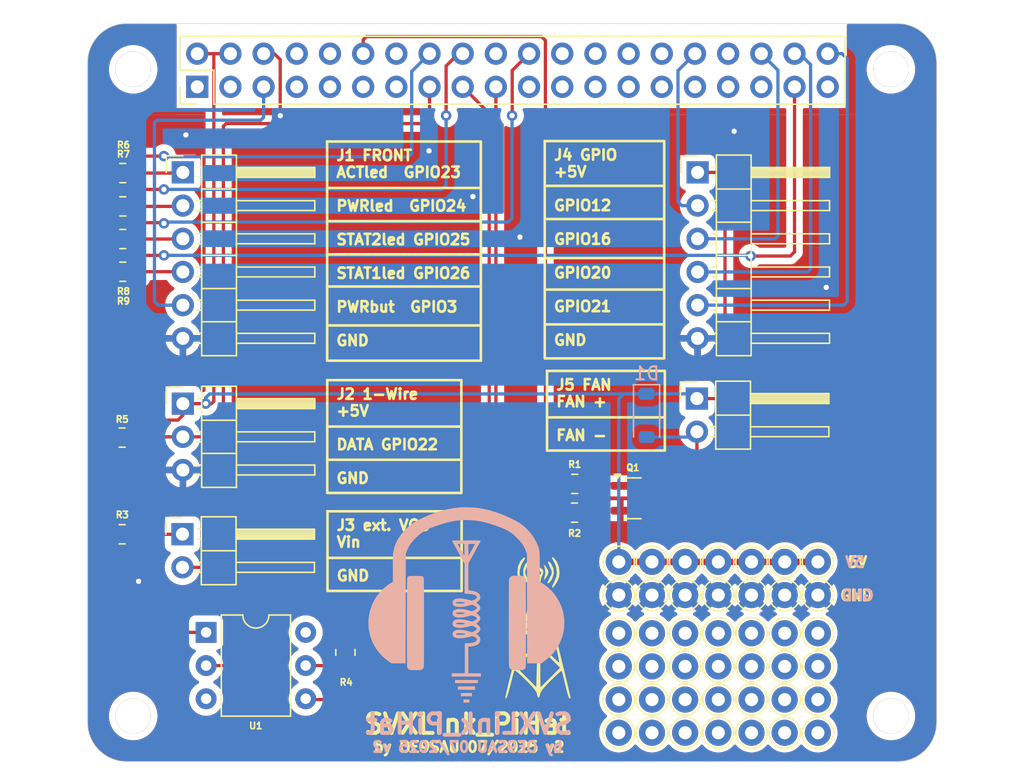
<source format=kicad_pcb>
(kicad_pcb (version 20240108) (generator "pcbnew") (generator_version "8.0")
  (layers (0 "F.Cu" signal) (31 "B.Cu" signal) (34 "B.Paste" user) (35 "F.Paste" user) (36 "B.SilkS" user "B.Silkscreen") (37 "F.SilkS" user "F.Silkscreen") (38 "B.Mask" user) (39 "F.Mask" user) (44 "Edge.Cuts" user))
  (net 0 "")
  (net 3 "Net-(J1-MOSI0{slash}GPIO10)")
  (net 5 "Net-(J1-GPIO26)")
  (net 7 "GND")
  (net 8 "Net-(J1-GPIO16)")
  (net 9 "Net-(J1-GPIO21{slash}SCLK1)")
  (net 11 "+5V")
  (net 13 "Net-(J1-GPIO18{slash}PWM0)")
  (net 15 "+3.3V")
  (net 17 "Net-(J1-GPIO22)")
  (net 19 "Net-(J1-GPIO24)")
  (net 20 "Net-(J1-GPIO25)")
  (net 23 "Net-(J1-GPIO20{slash}MOSI1)")
  (net 25 "GPIO17")
  (net 26 "Net-(J1-GPIO23)")
  (net 29 "Net-(J1-PWM0{slash}GPIO12)")
  (net 30 "Net-(J2-Pin_2)")
  (net 31 "Net-(J2-Pin_1)")
  (net 32 "Net-(J4-Pin_1)")
  (net 33 "Net-(D1-A)")
  (net 34 "Net-(Q1-G)")
  (net 35 "Net-(R3-Pad2)")
  (net 36 "Net-(R4-Pad1)")
  (net 72 "GPIO3")
  (net 73 "Net-(J4-Pin_4)")
  (net 74 "Net-(J4-Pin_3)")
  (net 75 "Net-(J4-Pin_2)")
  (footprint "pihat:ESQ-120-14-T-D" (layer "F.Cu") (at 85.4 60.35 90)
    (property "Reference" "J1" (hide yes))
    (property "Value" "Raspberry_Pi_3")
    (pad "1" thru_hole rect (at 0 0 90) (size 1.7 1.7) (drill 1) (layers "*.Cu" "*.Mask") (net 15 "+3.3V"))
    (pad "2" thru_hole oval (at 2.54 0 90) (size 1.7 1.7) (drill 1) (layers "*.Cu" "*.Mask") (net 11 "+5V"))
    (pad "3" thru_hole oval (at 0 2.54 90) (size 1.7 1.7) (drill 1) (layers "*.Cu" "*.Mask"))
    (pad "4" thru_hole oval (at 2.54 2.54 90) (size 1.7 1.7) (drill 1) (layers "*.Cu" "*.Mask") (net 11 "+5V"))
    (pad "5" thru_hole oval (at 0 5.08 90) (size 1.7 1.7) (drill 1) (layers "*.Cu" "*.Mask") (net 72 "GPIO3"))
    (pad "6" thru_hole oval (at 2.54 5.08 90) (size 1.7 1.7) (drill 1) (layers "*.Cu" "*.Mask") (net 7 "GND"))
    (pad "7" thru_hole oval (at 0 7.62 90) (size 1.7 1.7) (drill 1) (layers "*.Cu" "*.Mask"))
    (pad "8" thru_hole oval (at 2.54 7.62 90) (size 1.7 1.7) (drill 1) (layers "*.Cu" "*.Mask"))
    (pad "9" thru_hole oval (at 0 10.16 90) (size 1.7 1.7) (drill 1) (layers "*.Cu" "*.Mask"))
    (pad "10" thru_hole oval (at 2.54 10.16 90) (size 1.7 1.7) (drill 1) (layers "*.Cu" "*.Mask"))
    (pad "11" thru_hole oval (at 0 12.7 90) (size 1.7 1.7) (drill 1) (layers "*.Cu" "*.Mask") (net 25 "GPIO17"))
    (pad "12" thru_hole oval (at 2.54 12.7 90) (size 1.7 1.7) (drill 1) (layers "*.Cu" "*.Mask") (net 13 "Net-(J1-GPIO18{slash}PWM0)"))
    (pad "13" thru_hole oval (at 0 15.24 90) (size 1.7 1.7) (drill 1) (layers "*.Cu" "*.Mask"))
    (pad "14" thru_hole oval (at 2.54 15.24 90) (size 1.7 1.7) (drill 1) (layers "*.Cu" "*.Mask"))
    (pad "15" thru_hole oval (at 0 17.78 90) (size 1.7 1.7) (drill 1) (layers "*.Cu" "*.Mask") (net 17 "Net-(J1-GPIO22)"))
    (pad "16" thru_hole oval (at 2.54 17.78 90) (size 1.7 1.7) (drill 1) (layers "*.Cu" "*.Mask") (net 26 "Net-(J1-GPIO23)"))
    (pad "17" thru_hole oval (at 0 20.32 90) (size 1.7 1.7) (drill 1) (layers "*.Cu" "*.Mask") (net 15 "+3.3V"))
    (pad "18" thru_hole oval (at 2.54 20.32 90) (size 1.7 1.7) (drill 1) (layers "*.Cu" "*.Mask") (net 19 "Net-(J1-GPIO24)"))
    (pad "19" thru_hole oval (at 0 22.86 90) (size 1.7 1.7) (drill 1) (layers "*.Cu" "*.Mask") (net 3 "Net-(J1-MOSI0{slash}GPIO10)"))
    (pad "20" thru_hole oval (at 2.54 22.86 90) (size 1.7 1.7) (drill 1) (layers "*.Cu" "*.Mask"))
    (pad "21" thru_hole oval (at 0 25.4 90) (size 1.7 1.7) (drill 1) (layers "*.Cu" "*.Mask"))
    (pad "22" thru_hole oval (at 2.54 25.4 90) (size 1.7 1.7) (drill 1) (layers "*.Cu" "*.Mask") (net 20 "Net-(J1-GPIO25)"))
    (pad "23" thru_hole oval (at 0 27.94 90) (size 1.7 1.7) (drill 1) (layers "*.Cu" "*.Mask"))
    (pad "24" thru_hole oval (at 2.54 27.94 90) (size 1.7 1.7) (drill 1) (layers "*.Cu" "*.Mask"))
    (pad "25" thru_hole oval (at 0 30.48 90) (size 1.7 1.7) (drill 1) (layers "*.Cu" "*.Mask"))
    (pad "26" thru_hole oval (at 2.54 30.48 90) (size 1.7 1.7) (drill 1) (layers "*.Cu" "*.Mask"))
    (pad "27" thru_hole oval (at 0 33.02 90) (size 1.7 1.7) (drill 1) (layers "*.Cu" "*.Mask"))
    (pad "28" thru_hole oval (at 2.54 33.02 90) (size 1.7 1.7) (drill 1) (layers "*.Cu" "*.Mask"))
    (pad "29" thru_hole oval (at 0 35.56 90) (size 1.7 1.7) (drill 1) (layers "*.Cu" "*.Mask"))
    (pad "30" thru_hole oval (at 2.54 35.56 90) (size 1.7 1.7) (drill 1) (layers "*.Cu" "*.Mask"))
    (pad "31" thru_hole oval (at 0 38.1 90) (size 1.7 1.7) (drill 1) (layers "*.Cu" "*.Mask"))
    (pad "32" thru_hole oval (at 2.54 38.1 90) (size 1.7 1.7) (drill 1) (layers "*.Cu" "*.Mask") (net 29 "Net-(J1-PWM0{slash}GPIO12)"))
    (pad "33" thru_hole oval (at 0 40.64 90) (size 1.7 1.7) (drill 1) (layers "*.Cu" "*.Mask"))
    (pad "34" thru_hole oval (at 2.54 40.64 90) (size 1.7 1.7) (drill 1) (layers "*.Cu" "*.Mask"))
    (pad "35" thru_hole oval (at 0 43.18 90) (size 1.7 1.7) (drill 1) (layers "*.Cu" "*.Mask"))
    (pad "36" thru_hole oval (at 2.54 43.18 90) (size 1.7 1.7) (drill 1) (layers "*.Cu" "*.Mask") (net 8 "Net-(J1-GPIO16)"))
    (pad "37" thru_hole oval (at 0 45.72 90) (size 1.7 1.7) (drill 1) (layers "*.Cu" "*.Mask") (net 5 "Net-(J1-GPIO26)"))
    (pad "38" thru_hole oval (at 2.54 45.72 90) (size 1.7 1.7) (drill 1) (layers "*.Cu" "*.Mask") (net 23 "Net-(J1-GPIO20{slash}MOSI1)"))
    (pad "39" thru_hole oval (at 0 48.26 90) (size 1.7 1.7) (drill 1) (layers "*.Cu" "*.Mask"))
    (pad "40" thru_hole oval (at 2.54 48.26 90) (size 1.7 1.7) (drill 1) (layers "*.Cu" "*.Mask") (net 9 "Net-(J1-GPIO21{slash}SCLK1)"))
  )
  (footprint "Resistor_SMD:R_0805_2012Metric_Pad1.20x1.40mm_HandSolder" (layer "F.Cu") (at 96.74 103.64 90)
    (property "Reference" "R4" (at -2.29 0.06 0) (layer "F.SilkS") (effects (font (size 0.5 0.5) (thickness 0.125))))
    (property "Value" "1k")
    (pad "1" smd roundrect (at -1 0 90) (size 1.2 1.4) (layers "F.Cu" "F.Paste" "F.Mask") (roundrect_rratio 0.208333) (net 36 "Net-(R4-Pad1)"))
    (pad "2" smd roundrect (at 1 0 90) (size 1.2 1.4) (layers "F.Cu" "F.Paste" "F.Mask") (roundrect_rratio 0.208333) (net 15 "+3.3V"))
  )
  (footprint "TestPoint:TestPoint_THTPad_D2.0mm_Drill1.0mm" (layer "F.Cu") (at 122.7484 107.2536)
    (property "Reference" "TP36" (hide yes))
    (property "Value" "TestPoint")
    (pad "1" thru_hole circle (at 0 0) (size 2 2) (drill 1) (layers "*.Cu" "*.Mask"))
  )
  (footprint "TestPoint:TestPoint_THTPad_D2.0mm_Drill1.0mm" (layer "F.Cu") (at 122.7484 109.7936)
    (property "Reference" "TP15" (hide yes))
    (property "Value" "TestPoint")
    (pad "1" thru_hole circle (at 0 0) (size 2 2) (drill 1) (layers "*.Cu" "*.Mask"))
  )
  (footprint "TestPoint:TestPoint_THTPad_D2.0mm_Drill1.0mm" (layer "F.Cu") (at 132.9084 104.7136)
    (property "Reference" "TP333" (hide yes))
    (property "Value" "TestPoint")
    (pad "1" thru_hole circle (at 0 0) (size 2 2) (drill 1) (layers "*.Cu" "*.Mask"))
  )
  (footprint "TestPoint:TestPoint_THTPad_D2.0mm_Drill1.0mm" (layer "F.Cu") (at 127.8284 96.7126)
    (property "Reference" "TP21" (hide yes))
    (property "Value" "TestPoint")
    (pad "1" thru_hole circle (at 0 0) (size 2 2) (drill 1) (layers "*.Cu" "*.Mask") (net 11 "+5V"))
  )
  (footprint "MountingHole:MountingHole_2.7mm_M2.5" (layer "F.Cu") (at 80.4977 59.0093)
    (property "Reference" "REF1" (hide yes))
    (property "Value" "MountingHole_2.7mm_M2.5")
    (pad "1" thru_hole circle (at 0 0) (size 2.7 2.7) (drill 2.7) (layers "*.Cu" "*.Mask"))
  )
  (footprint "Resistor_SMD:R_0805_2012Metric_Pad1.20x1.40mm_HandSolder" (layer "F.Cu") (at 79.7 74.5 180)
    (property "Reference" "R9" (at -0.05 -2.25 180) (layer "F.SilkS") (effects (font (size 0.5 0.5) (thickness 0.125))))
    (property "Value" "10k")
    (pad "1" smd roundrect (at -1 0 180) (size 1.2 1.4) (layers "F.Cu" "F.Paste" "F.Mask") (roundrect_rratio 0.208333) (net 73 "Net-(J4-Pin_4)"))
    (pad "2" smd roundrect (at 1 0 180) (size 1.2 1.4) (layers "F.Cu" "F.Paste" "F.Mask") (roundrect_rratio 0.208333) (net 5 "Net-(J1-GPIO26)"))
  )
  (footprint "TestPoint:TestPoint_THTPad_D2.0mm_Drill1.0mm" (layer "F.Cu") (at 130.3684 104.7136)
    (property "Reference" "TP28" (hide yes))
    (property "Value" "TestPoint")
    (pad "1" thru_hole circle (at 0 0) (size 2 2) (drill 1) (layers "*.Cu" "*.Mask"))
  )
  (footprint "Package_TO_SOT_SMD:SOT-23" (layer "F.Cu") (at 118.7259 91.8446)
    (property "Reference" "Q1" (at 0.0241 -2.3446 180) (layer "F.SilkS") (effects (font (size 0.5 0.5) (thickness 0.125))))
    (property "Value" "AO3400A")
    (pad "1" smd roundrect (at -0.9375 -0.95) (size 1.475 0.6) (layers "F.Cu" "F.Paste" "F.Mask") (net 34 "Net-(Q1-G)"))
    (pad "2" smd roundrect (at -0.9375 0.95) (size 1.475 0.6) (layers "F.Cu" "F.Paste" "F.Mask") (net 7 "GND"))
    (pad "3" smd roundrect (at 0.9375 0) (size 1.475 0.6) (layers "F.Cu" "F.Paste" "F.Mask") (net 33 "Net-(D1-A)"))
  )
  (footprint "TestPoint:TestPoint_THTPad_D2.0mm_Drill1.0mm" (layer "F.Cu") (at 117.6684 107.2536)
    (property "Reference" "TP34" (hide yes))
    (property "Value" "TestPoint")
    (pad "1" thru_hole circle (at 0 0) (size 2 2) (drill 1) (layers "*.Cu" "*.Mask"))
  )
  (footprint "TestPoint:TestPoint_THTPad_D2.0mm_Drill1.0mm" (layer "F.Cu") (at 130.3684 96.7126)
    (property "Reference" "TP26" (hide yes))
    (property "Value" "TestPoint")
    (pad "1" thru_hole circle (at 0 0) (size 2 2) (drill 1) (layers "*.Cu" "*.Mask") (net 11 "+5V"))
  )
  (footprint "TestPoint:TestPoint_THTPad_D2.0mm_Drill1.0mm" (layer "F.Cu") (at 125.2884 99.2526)
    (property "Reference" "TP17" (hide yes))
    (property "Value" "TestPoint")
    (pad "1" thru_hole circle (at 0 0) (size 2 2) (drill 1) (layers "*.Cu" "*.Mask") (net 7 "GND"))
  )
  (footprint "Resistor_SMD:R_0805_2012Metric_Pad1.20x1.40mm_HandSolder" (layer "F.Cu") (at 79.7 69.5 180)
    (property "Reference" "R7" (at -0.05 4 180) (layer "F.SilkS") (effects (font (size 0.5 0.5) (thickness 0.125))))
    (property "Value" "10k")
    (pad "1" smd roundrect (at -1 0 180) (size 1.2 1.4) (layers "F.Cu" "F.Paste" "F.Mask") (roundrect_rratio 0.208333) (net 75 "Net-(J4-Pin_2)"))
    (pad "2" smd roundrect (at 1 0 180) (size 1.2 1.4) (layers "F.Cu" "F.Paste" "F.Mask") (roundrect_rratio 0.208333) (net 19 "Net-(J1-GPIO24)"))
  )
  (footprint "TestPoint:TestPoint_THTPad_D2.0mm_Drill1.0mm" (layer "F.Cu") (at 125.2884 102.1736)
    (property "Reference" "TP19" (hide yes))
    (property "Value" "TestPoint")
    (pad "1" thru_hole circle (at 0 0) (size 2 2) (drill 1) (layers "*.Cu" "*.Mask"))
  )
  (footprint "Package_DIP:DIP-6_W7.62mm" (layer "F.Cu") (at 86.08 102.11)
    (property "Reference" "U1" (at 3.8008 7.1498 0) (layer "F.SilkS") (effects (font (size 0.5 0.5) (thickness 0.125))))
    (property "Value" "4N37")
    (pad "1" thru_hole rect (at 0 0) (size 1.6 1.6) (drill 0.8) (layers "*.Cu" "*.Mask") (net 35 "Net-(R3-Pad2)"))
    (pad "2" thru_hole oval (at 0 2.54) (size 1.6 1.6) (drill 0.8) (layers "*.Cu" "*.Mask") (net 30 "Net-(J2-Pin_2)"))
    (pad "3" thru_hole oval (at 0 5.08) (size 1.6 1.6) (drill 0.8) (layers "*.Cu" "*.Mask"))
    (pad "4" thru_hole oval (at 7.62 5.08) (size 1.6 1.6) (drill 0.8) (layers "*.Cu" "*.Mask") (net 3 "Net-(J1-MOSI0{slash}GPIO10)"))
    (pad "5" thru_hole oval (at 7.62 2.54) (size 1.6 1.6) (drill 0.8) (layers "*.Cu" "*.Mask") (net 36 "Net-(R4-Pad1)"))
    (pad "6" thru_hole oval (at 7.62 0) (size 1.6 1.6) (drill 0.8) (layers "*.Cu" "*.Mask"))
  )
  (footprint "Resistor_SMD:R_0805_2012Metric_Pad1.20x1.40mm_HandSolder" (layer "F.Cu") (at 114.2934 90.7446)
    (property "Reference" "R1" (at 0 -1.49 180) (layer "F.SilkS") (effects (font (size 0.5 0.5) (thickness 0.125))))
    (property "Value" "470")
    (pad "1" smd roundrect (at -1 0) (size 1.2 1.4) (layers "F.Cu" "F.Paste" "F.Mask") (roundrect_rratio 0.208333) (net 13 "Net-(J1-GPIO18{slash}PWM0)"))
    (pad "2" smd roundrect (at 1 0) (size 1.2 1.4) (layers "F.Cu" "F.Paste" "F.Mask") (roundrect_rratio 0.208333) (net 34 "Net-(Q1-G)"))
  )
  (footprint "TestPoint:TestPoint_THTPad_D2.0mm_Drill1.0mm" (layer "F.Cu") (at 122.7484 102.1736)
    (property "Reference" "TP14" (hide yes))
    (property "Value" "TestPoint")
    (pad "1" thru_hole circle (at 0 0) (size 2 2) (drill 1) (layers "*.Cu" "*.Mask"))
  )
  (footprint "TestPoint:TestPoint_THTPad_D2.0mm_Drill1.0mm" (layer "F.Cu") (at 117.6684 102.1736)
    (property "Reference" "TP4" (hide yes))
    (property "Value" "TestPoint")
    (pad "1" thru_hole circle (at 0 0) (size 2 2) (drill 1) (layers "*.Cu" "*.Mask"))
  )
  (footprint "TestPoint:TestPoint_THTPad_D2.0mm_Drill1.0mm" (layer "F.Cu") (at 125.2884 104.7136)
    (property "Reference" "TP18" (hide yes))
    (property "Value" "TestPoint")
    (pad "1" thru_hole circle (at 0 0) (size 2 2) (drill 1) (layers "*.Cu" "*.Mask"))
  )
  (footprint "TestPoint:TestPoint_THTPad_D2.0mm_Drill1.0mm" (layer "F.Cu") (at 127.8284 102.1736)
    (property "Reference" "TP24" (hide yes))
    (property "Value" "TestPoint")
    (pad "1" thru_hole circle (at 0 0) (size 2 2) (drill 1) (layers "*.Cu" "*.Mask"))
  )
  (footprint "Connector_PinHeader_2.54mm:PinHeader_1x02_P2.54mm_Horizontal" (layer "F.Cu") (at 123.65 84.21)
    (property "Reference" "M1" (hide yes))
    (property "Value" "Fan")
    (pad "1" thru_hole rect (at 0 0) (size 1.7 1.7) (drill 1) (layers "*.Cu" "*.Mask") (net 11 "+5V"))
    (pad "2" thru_hole oval (at 0 2.54) (size 1.7 1.7) (drill 1) (layers "*.Cu" "*.Mask") (net 33 "Net-(D1-A)"))
  )
  (footprint "Resistor_SMD:R_0805_2012Metric_Pad1.20x1.40mm_HandSolder" (layer "F.Cu") (at 79.7 66.95 180)
    (property "Reference" "R6" (at -0.05 2.15 180) (layer "F.SilkS") (effects (font (size 0.5 0.5) (thickness 0.125))))
    (property "Value" "10k")
    (pad "1" smd roundrect (at -1 0 180) (size 1.2 1.4) (layers "F.Cu" "F.Paste" "F.Mask") (roundrect_rratio 0.208333) (net 32 "Net-(J4-Pin_1)"))
    (pad "2" smd roundrect (at 1 0 180) (size 1.2 1.4) (layers "F.Cu" "F.Paste" "F.Mask") (roundrect_rratio 0.208333) (net 26 "Net-(J1-GPIO23)"))
  )
  (footprint "TestPoint:TestPoint_THTPad_D2.0mm_Drill1.0mm" (layer "F.Cu") (at 127.8284 99.2526)
    (property "Reference" "TP22" (hide yes))
    (property "Value" "TestPoint")
    (pad "1" thru_hole circle (at 0 0) (size 2 2) (drill 1) (layers "*.Cu" "*.Mask") (net 7 "GND"))
  )
  (footprint "TestPoint:TestPoint_THTPad_D2.0mm_Drill1.0mm" (layer "F.Cu") (at 117.6684 109.7936)
    (property "Reference" "TP5" (hide yes))
    (property "Value" "TestPoint")
    (pad "1" thru_hole circle (at 0 0) (size 2 2) (drill 1) (layers "*.Cu" "*.Mask"))
  )
  (footprint "TestPoint:TestPoint_THTPad_D2.0mm_Drill1.0mm" (layer "F.Cu") (at 122.7484 99.2526)
    (property "Reference" "TP12" (hide yes))
    (property "Value" "TestPoint")
    (pad "1" thru_hole circle (at 0 0) (size 2 2) (drill 1) (layers "*.Cu" "*.Mask") (net 7 "GND"))
  )
  (footprint "MountingHole:MountingHole_2.7mm_M2.5" (layer "F.Cu") (at 80.4977 108.5093)
    (property "Reference" "REF2" (hide yes))
    (property "Value" "MountingHole_2.7mm_M2.5")
    (pad "1" thru_hole circle (at 0 0) (size 2.7 2.7) (drill 2.7) (layers "*.Cu" "*.Mask"))
  )
  (footprint "TestPoint:TestPoint_THTPad_D2.0mm_Drill1.0mm" (layer "F.Cu") (at 117.6684 99.2526)
    (property "Reference" "TP2" (hide yes))
    (property "Value" "TestPoint")
    (pad "1" thru_hole circle (at 0 0) (size 2 2) (drill 1) (layers "*.Cu" "*.Mask") (net 7 "GND"))
  )
  (footprint "TestPoint:TestPoint_THTPad_D2.0mm_Drill1.0mm" (layer "F.Cu") (at 130.3684 109.7936)
    (property "Reference" "TP30" (hide yes))
    (property "Value" "TestPoint")
    (pad "1" thru_hole circle (at 0 0) (size 2 2) (drill 1) (layers "*.Cu" "*.Mask"))
  )
  (footprint "TestPoint:TestPoint_THTPad_D2.0mm_Drill1.0mm" (layer "F.Cu") (at 127.8284 109.7936)
    (property "Reference" "TP25" (hide yes))
    (property "Value" "TestPoint")
    (pad "1" thru_hole circle (at 0 0) (size 2 2) (drill 1) (layers "*.Cu" "*.Mask"))
  )
  (footprint "MountingHole:MountingHole_2.7mm_M2.5" (layer "F.Cu") (at 138.4977 108.5093)
    (property "Reference" "REF3" (hide yes))
    (property "Value" "MountingHole_2.7mm_M2.5")
    (pad "1" thru_hole circle (at 0 0) (size 2.7 2.7) (drill 2.7) (layers "*.Cu" "*.Mask"))
  )
  (footprint "TestPoint:TestPoint_THTPad_D2.0mm_Drill1.0mm" (layer "F.Cu") (at 125.2884 107.2536)
    (property "Reference" "TP33" (hide yes))
    (property "Value" "TestPoint")
    (pad "1" thru_hole circle (at 0 0) (size 2 2) (drill 1) (layers "*.Cu" "*.Mask"))
  )
  (footprint "TestPoint:TestPoint_THTPad_D2.0mm_Drill1.0mm" (layer "F.Cu") (at 120.2084 109.7936)
    (property "Reference" "TP10" (hide yes))
    (property "Value" "TestPoint")
    (pad "1" thru_hole circle (at 0 0) (size 2 2) (drill 1) (layers "*.Cu" "*.Mask"))
  )
  (footprint "TestPoint:TestPoint_THTPad_D2.0mm_Drill1.0mm" (layer "F.Cu") (at 122.7484 96.7126)
    (property "Reference" "TP11" (hide yes))
    (property "Value" "TestPoint")
    (pad "1" thru_hole circle (at 0 0) (size 2 2) (drill 1) (layers "*.Cu" "*.Mask") (net 11 "+5V"))
  )
  (footprint "TestPoint:TestPoint_THTPad_D2.0mm_Drill1.0mm" (layer "F.Cu") (at 125.2884 96.7126)
    (property "Reference" "TP16" (hide yes))
    (property "Value" "TestPoint")
    (pad "1" thru_hole circle (at 0 0) (size 2 2) (drill 1) (layers "*.Cu" "*.Mask") (net 11 "+5V"))
  )
  (footprint "Connector_PinHeader_2.54mm:PinHeader_1x06_P2.54mm_Horizontal" (layer "F.Cu") (at 84.3 66.9)
    (property "Reference" "J4" (hide yes))
    (property "Value" "FronPanel")
    (pad "1" thru_hole rect (at 0 0) (size 1.7 1.7) (drill 1) (layers "*.Cu" "*.Mask") (net 32 "Net-(J4-Pin_1)"))
    (pad "2" thru_hole oval (at 0 2.54) (size 1.7 1.7) (drill 1) (layers "*.Cu" "*.Mask") (net 75 "Net-(J4-Pin_2)"))
    (pad "3" thru_hole oval (at 0 5.08) (size 1.7 1.7) (drill 1) (layers "*.Cu" "*.Mask") (net 74 "Net-(J4-Pin_3)"))
    (pad "4" thru_hole oval (at 0 7.62) (size 1.7 1.7) (drill 1) (layers "*.Cu" "*.Mask") (net 73 "Net-(J4-Pin_4)"))
    (pad "5" thru_hole oval (at 0 10.16) (size 1.7 1.7) (drill 1) (layers "*.Cu" "*.Mask") (net 72 "GPIO3"))
    (pad "6" thru_hole oval (at 0 12.7) (size 1.7 1.7) (drill 1) (layers "*.Cu" "*.Mask") (net 7 "GND"))
  )
  (footprint "TestPoint:TestPoint_THTPad_D2.0mm_Drill1.0mm" (layer "F.Cu") (at 132.9084 102.1736)
    (property "Reference" "TP341" (hide yes))
    (property "Value" "TestPoint")
    (pad "1" thru_hole circle (at 0 0) (size 2 2) (drill 1) (layers "*.Cu" "*.Mask"))
  )
  (footprint "TestPoint:TestPoint_THTPad_D2.0mm_Drill1.0mm" (layer "F.Cu") (at 132.9084 107.2536)
    (property "Reference" "TP31" (hide yes))
    (property "Value" "TestPoint")
    (pad "1" thru_hole circle (at 0 0) (size 2 2) (drill 1) (layers "*.Cu" "*.Mask"))
  )
  (footprint "TestPoint:TestPoint_THTPad_D2.0mm_Drill1.0mm" (layer "F.Cu") (at 120.2084 102.1736)
    (property "Reference" "TP9" (hide yes))
    (property "Value" "TestPoint")
    (pad "1" thru_hole circle (at 0 0) (size 2 2) (drill 1) (layers "*.Cu" "*.Mask"))
  )
  (footprint "TestPoint:TestPoint_THTPad_D2.0mm_Drill1.0mm" (layer "F.Cu") (at 127.8284 107.2536)
    (property "Reference" "TP32" (hide yes))
    (property "Value" "TestPoint")
    (pad "1" thru_hole circle (at 0 0) (size 2 2) (drill 1) (layers "*.Cu" "*.Mask"))
  )
  (footprint "MountingHole:MountingHole_2.7mm_M2.5" (layer "F.Cu") (at 138.4977 59.0093)
    (property "Reference" "REF4" (hide yes))
    (property "Value" "MountingHole_2.7mm_M2.5")
    (pad "1" thru_hole circle (at 0 0) (size 2.7 2.7) (drill 2.7) (layers "*.Cu" "*.Mask"))
  )
  (footprint "Resistor_SMD:R_0805_2012Metric_Pad1.20x1.40mm_HandSolder" (layer "F.Cu") (at 79.65 94.6 180)
    (property "Reference" "R3" (at -0.01 1.49 180) (layer "F.SilkS") (effects (font (size 0.5 0.5) (thickness 0.125))))
    (property "Value" "1k")
    (pad "1" smd roundrect (at -1 0 180) (size 1.2 1.4) (layers "F.Cu" "F.Paste" "F.Mask") (roundrect_rratio 0.208333) (net 31 "Net-(J2-Pin_1)"))
    (pad "2" smd roundrect (at 1 0 180) (size 1.2 1.4) (layers "F.Cu" "F.Paste" "F.Mask") (roundrect_rratio 0.208333) (net 35 "Net-(R3-Pad2)"))
  )
  (footprint "TestPoint:TestPoint_THTPad_D2.0mm_Drill1.0mm" (layer "F.Cu") (at 127.8284 104.7136)
    (property "Reference" "TP23" (hide yes))
    (property "Value" "TestPoint")
    (pad "1" thru_hole circle (at 0 0) (size 2 2) (drill 1) (layers "*.Cu" "*.Mask"))
  )
  (footprint "LOGO" (layer "F.Cu") (at 111.75 102.1)
    (property "Reference" "G1" (hide yes))
    (property "Value" " " (hide yes))
  )
  (footprint "TestPoint:TestPoint_THTPad_D2.0mm_Drill1.0mm" (layer "F.Cu") (at 125.2884 109.7936)
    (property "Reference" "TP20" (hide yes))
    (property "Value" "TestPoint")
    (pad "1" thru_hole circle (at 0 0) (size 2 2) (drill 1) (layers "*.Cu" "*.Mask"))
  )
  (footprint "TestPoint:TestPoint_THTPad_D2.0mm_Drill1.0mm" (layer "F.Cu") (at 132.9084 96.7126)
    (property "Reference" "TP31" (hide yes))
    (property "Value" "TestPoint")
    (pad "1" thru_hole circle (at 0 0) (size 2 2) (drill 1) (layers "*.Cu" "*.Mask") (net 11 "+5V"))
  )
  (footprint "Resistor_SMD:R_0805_2012Metric_Pad1.20x1.40mm_HandSolder" (layer "F.Cu") (at 79.65 87.2)
    (property "Reference" "R5" (at 0 -1.4 180) (layer "F.SilkS") (effects (font (size 0.5 0.5) (thickness 0.125))))
    (property "Value" "470")
    (pad "1" smd roundrect (at -1 0) (size 1.2 1.4) (layers "F.Cu" "F.Paste" "F.Mask") (roundrect_rratio 0.208333) (net 11 "+5V"))
    (pad "2" smd roundrect (at 1 0) (size 1.2 1.4) (layers "F.Cu" "F.Paste" "F.Mask") (roundrect_rratio 0.208333) (net 17 "Net-(J1-GPIO22)"))
  )
  (footprint "TestPoint:TestPoint_THTPad_D2.0mm_Drill1.0mm" (layer "F.Cu") (at 130.3684 107.2536)
    (property "Reference" "TP35" (hide yes))
    (property "Value" "TestPoint")
    (pad "1" thru_hole circle (at 0 0) (size 2 2) (drill 1) (layers "*.Cu" "*.Mask"))
  )
  (footprint "TestPoint:TestPoint_THTPad_D2.0mm_Drill1.0mm" (layer "F.Cu") (at 120.2084 96.7126)
    (property "Reference" "TP6" (hide yes))
    (property "Value" "TestPoint")
    (pad "1" thru_hole circle (at 0 0) (size 2 2) (drill 1) (layers "*.Cu" "*.Mask") (net 11 "+5V"))
  )
  (footprint "TestPoint:TestPoint_THTPad_D2.0mm_Drill1.0mm" (layer "F.Cu") (at 117.6684 104.7136)
    (property "Reference" "TP3" (hide yes))
    (property "Value" "TestPoint")
    (pad "1" thru_hole circle (at 0 0) (size 2 2) (drill 1) (layers "*.Cu" "*.Mask"))
  )
  (footprint "TestPoint:TestPoint_THTPad_D2.0mm_Drill1.0mm" (layer "F.Cu") (at 130.3684 102.1736)
    (property "Reference" "TP29" (hide yes))
    (property "Value" "TestPoint")
    (pad "1" thru_hole circle (at 0 0) (size 2 2) (drill 1) (layers "*.Cu" "*.Mask"))
  )
  (footprint "Resistor_SMD:R_0805_2012Metric_Pad1.20x1.40mm_HandSolder" (layer "F.Cu") (at 79.7 72 180)
    (property "Reference" "R8" (at -0.05 -4 180) (layer "F.SilkS") (effects (font (size 0.5 0.5) (thickness 0.125))))
    (property "Value" "10k")
    (pad "1" smd roundrect (at -1 0 180) (size 1.2 1.4) (layers "F.Cu" "F.Paste" "F.Mask") (roundrect_rratio 0.208333) (net 74 "Net-(J4-Pin_3)"))
    (pad "2" smd roundrect (at 1 0 180) (size 1.2 1.4) (layers "F.Cu" "F.Paste" "F.Mask") (roundrect_rratio 0.208333) (net 20 "Net-(J1-GPIO25)"))
  )
  (footprint "TestPoint:TestPoint_THTPad_D2.0mm_Drill1.0mm" (layer "F.Cu") (at 120.2084 104.7136)
    (property "Reference" "TP8" (hide yes))
    (property "Value" "TestPoint")
    (pad "1" thru_hole circle (at 0 0) (size 2 2) (drill 1) (layers "*.Cu" "*.Mask"))
  )
  (footprint "TestPoint:TestPoint_THTPad_D2.0mm_Drill1.0mm" (layer "F.Cu") (at 120.2084 107.2536)
    (property "Reference" "TP37" (hide yes))
    (property "Value" "TestPoint")
    (pad "1" thru_hole circle (at 0 0) (size 2 2) (drill 1) (layers "*.Cu" "*.Mask"))
  )
  (footprint "Connector_PinHeader_2.54mm:PinHeader_1x02_P2.54mm_Horizontal" (layer "F.Cu") (at 84.27 94.59)
    (property "Reference" "J2" (hide yes))
    (property "Value" "TRX")
    (pad "1" thru_hole rect (at 0 0) (size 1.7 1.7) (drill 1) (layers "*.Cu" "*.Mask") (net 31 "Net-(J2-Pin_1)"))
    (pad "2" thru_hole oval (at 0 2.54) (size 1.7 1.7) (drill 1) (layers "*.Cu" "*.Mask") (net 30 "Net-(J2-Pin_2)"))
  )
  (footprint "Connector_PinHeader_2.54mm:PinHeader_1x06_P2.54mm_Horizontal" (layer "F.Cu") (at 123.7 66.9)
    (property "Reference" "J4" (hide yes))
    (property "Value" "RelayModule")
    (pad "1" thru_hole rect (at 0 0) (size 1.7 1.7) (drill 1) (layers "*.Cu" "*.Mask") (net 11 "+5V"))
    (pad "2" thru_hole oval (at 0 2.54) (size 1.7 1.7) (drill 1) (layers "*.Cu" "*.Mask") (net 29 "Net-(J1-PWM0{slash}GPIO12)"))
    (pad "3" thru_hole oval (at 0 5.08) (size 1.7 1.7) (drill 1) (layers "*.Cu" "*.Mask") (net 8 "Net-(J1-GPIO16)"))
    (pad "4" thru_hole oval (at 0 7.62) (size 1.7 1.7) (drill 1) (layers "*.Cu" "*.Mask") (net 23 "Net-(J1-GPIO20{slash}MOSI1)"))
    (pad "5" thru_hole oval (at 0 10.16) (size 1.7 1.7) (drill 1) (layers "*.Cu" "*.Mask") (net 9 "Net-(J1-GPIO21{slash}SCLK1)"))
    (pad "6" thru_hole oval (at 0 12.7) (size 1.7 1.7) (drill 1) (layers "*.Cu" "*.Mask") (net 7 "GND"))
  )
  (footprint "TestPoint:TestPoint_THTPad_D2.0mm_Drill1.0mm" (layer "F.Cu") (at 122.7484 104.7136)
    (property "Reference" "TP13" (hide yes))
    (property "Value" "TestPoint")
    (pad "1" thru_hole circle (at 0 0) (size 2 2) (drill 1) (layers "*.Cu" "*.Mask"))
  )
  (footprint "Connector_PinHeader_2.54mm:PinHeader_1x03_P2.54mm_Horizontal" (layer "F.Cu") (at 84.3 84.6)
    (property "Reference" "J3" (hide yes))
    (property "Value" "1-Wire")
    (pad "1" thru_hole rect (at 0 0) (size 1.7 1.7) (drill 1) (layers "*.Cu" "*.Mask") (net 11 "+5V"))
    (pad "2" thru_hole oval (at 0 2.54) (size 1.7 1.7) (drill 1) (layers "*.Cu" "*.Mask") (net 17 "Net-(J1-GPIO22)"))
    (pad "3" thru_hole oval (at 0 5.08) (size 1.7 1.7) (drill 1) (layers "*.Cu" "*.Mask") (net 7 "GND"))
  )
  (footprint "TestPoint:TestPoint_THTPad_D2.0mm_Drill1.0mm" (layer "F.Cu") (at 117.6684 96.7126)
    (property "Reference" "TP1" (hide yes))
    (property "Value" "TestPoint")
    (pad "1" thru_hole circle (at 0 0) (size 2 2) (drill 1) (layers "*.Cu" "*.Mask") (net 11 "+5V"))
  )
  (footprint "TestPoint:TestPoint_THTPad_D2.0mm_Drill1.0mm" (layer "F.Cu") (at 130.3684 99.2526)
    (property "Reference" "TP27" (hide yes))
    (property "Value" "TestPoint")
    (pad "1" thru_hole circle (at 0 0) (size 2 2) (drill 1) (layers "*.Cu" "*.Mask") (net 7 "GND"))
  )
  (footprint "TestPoint:TestPoint_THTPad_D2.0mm_Drill1.0mm" (layer "F.Cu") (at 120.2084 99.2526)
    (property "Reference" "TP7" (hide yes))
    (property "Value" "TestPoint")
    (pad "1" thru_hole circle (at 0 0) (size 2 2) (drill 1) (layers "*.Cu" "*.Mask") (net 7 "GND"))
  )
  (footprint "Resistor_SMD:R_0805_2012Metric_Pad1.20x1.40mm_HandSolder" (layer "F.Cu") (at 114.2734 92.9446 180)
    (property "Reference" "R2" (at -0.01 -1.58 180) (layer "F.SilkS") (effects (font (size 0.5 0.5) (thickness 0.125))))
    (property "Value" "100k")
    (pad "1" smd roundrect (at -1 0 180) (size 1.2 1.4) (layers "F.Cu" "F.Paste" "F.Mask") (roundrect_rratio 0.208333) (net 34 "Net-(Q1-G)"))
    (pad "2" smd roundrect (at 1 0 180) (size 1.2 1.4) (layers "F.Cu" "F.Paste" "F.Mask") (roundrect_rratio 0.208333) (net 7 "GND"))
  )
  (footprint "TestPoint:TestPoint_THTPad_D2.0mm_Drill1.0mm" (layer "F.Cu") (at 132.9084 99.2526)
    (property "Reference" "TP321" (hide yes))
    (property "Value" "TestPoint")
    (pad "1" thru_hole circle (at 0 0) (size 2 2) (drill 1) (layers "*.Cu" "*.Mask") (net 7 "GND"))
  )
  (footprint "TestPoint:TestPoint_THTPad_D2.0mm_Drill1.0mm" (layer "F.Cu") (at 132.9084 109.7936)
    (property "Reference" "TP35" (hide yes))
    (property "Value" "TestPoint")
    (pad "1" thru_hole circle (at 0 0) (size 2 2) (drill 1) (layers "*.Cu" "*.Mask"))
  )
  (footprint "Diode_SMD:D_SOD-123" (layer "B.Cu") (at 119.7954 85.5075 -90)
    (property "Reference" "D1" (at -3.2229 0 180) (layer "B.SilkS") (effects (justify mirror)))
    (property "Value" "1N4148")
    (pad "1" smd roundrect (at -1.65 0 270) (size 0.9 1.2) (layers "B.Cu" "B.Paste" "B.Mask") (net 11 "+5V"))
    (pad "2" smd roundrect (at 1.65 0 270) (size 0.9 1.2) (layers "B.Cu" "B.Paste" "B.Mask") (net 33 "Net-(D1-A)"))
  )
  (footprint "LOGO" (layer "B.Cu") (at 106 100 180)
    (property "Reference" "G10" (hide yes))
    (property "Value" "LOGO" (hide yes))
  )
  (gr_line (start 112.0635 73.4535) (end 121.0805 73.4535) (stroke (width 0.2)) (layer "F.SilkS"))
  (gr_line (start 95.343 78.614) (end 107 78.614) (stroke (width 0.2)) (layer "F.SilkS"))
  (gr_line (start 95.411 96.4073) (end 105.5 96.4073) (stroke (width 0.2)) (layer "F.SilkS"))
  (gr_line (start 112.127 70.469) (end 121.144 70.469) (stroke (width 0.2)) (layer "F.SilkS"))
  (gr_line (start 112.127 67.929) (end 121.144 67.929) (stroke (width 0.2)) (layer "F.SilkS"))
  (gr_line (start 112.0635 78.5335) (end 121.0805 78.5335) (stroke (width 0.2)) (layer "F.SilkS"))
  (gr_line (start 95.3415 70.63) (end 107 70.63) (stroke (width 0.2)) (layer "F.SilkS"))
  (gr_line (start 112.1754 85.6501) (end 121.1924 85.6501) (stroke (width 0.2)) (layer "F.SilkS"))
  (gr_line (start 95.35 88.896) (end 105.5 88.896) (stroke (width 0.2)) (layer "F.SilkS"))
  (gr_line (start 95.35 86.356) (end 105.5 86.356) (stroke (width 0.2)) (layer "F.SilkS"))
  (gr_line (start 95.333 75.634) (end 107 75.634) (stroke (width 0.2)) (layer "F.SilkS"))
  (gr_line (start 112.0635 75.8665) (end 121.0805 75.8665) (stroke (width 0.2)) (layer "F.SilkS"))
  (gr_line (start 95.3415 68.09) (end 107 68.09) (stroke (width 0.2)) (layer "F.SilkS"))
  (gr_line (start 81 112) (end 139 112) (stroke (width 0.05)) (layer "Edge.Cuts"))
  (gr_line (start 81 55.5) (end 139 55.5) (stroke (width 0.05)) (layer "Edge.Cuts"))
  (gr_arc (start 139 55.5) (mid 141.12132 56.37868) (end 142 58.5) (stroke (width 0.05)) (layer "Edge.Cuts"))
  (gr_arc (start 77 58.5) (mid 77.87868 56.37868) (end 80 55.5) (stroke (width 0.05)) (layer "Edge.Cuts"))
  (gr_line (start 77 74.5) (end 77 58.5) (stroke (width 0.05)) (layer "Edge.Cuts"))
  (gr_line (start 77 109) (end 77 74.5) (stroke (width 0.05)) (layer "Edge.Cuts"))
  (gr_line (start 142 109) (end 142 58.5) (stroke (width 0.05)) (layer "Edge.Cuts"))
  (gr_line (start 80 112) (end 81 112) (stroke (width 0.05)) (layer "Edge.Cuts"))
  (gr_line (start 80 55.5) (end 81 55.5) (stroke (width 0.05)) (layer "Edge.Cuts"))
  (gr_arc (start 80 112) (mid 77.87868 111.12132) (end 77 109) (stroke (width 0.05)) (layer "Edge.Cuts"))
  (gr_arc (start 142 109) (mid 141.12132 111.12132) (end 139 112) (stroke (width 0.05)) (layer "Edge.Cuts"))
  (gr_text "by OE9SAU 07/2025 v2" (at 113.5 111.349588 0) (layer "B.SilkS") (effects (font (size 0.8 0.8) (thickness 0.2) (bold yes)) (justify left bottom mirror)))
  (gr_text "GND" (at 137.3 99.75 0) (layer "B.SilkS") (effects (font (size 0.8 0.8) (thickness 0.2) (bold yes)) (justify left bottom mirror)))
  (gr_text "5V" (at 136.6 97.2 0) (layer "B.SilkS") (effects (font (size 0.8 0.8) (thickness 0.2) (bold yes)) (justify left bottom mirror)))
  (gr_text "SVXLink_PiHat" (at 114.31 110 0) (layer "B.SilkS") (effects (font (size 1.5 1.5) (thickness 0.3) (bold yes)) (justify left bottom mirror)))
  (gr_text "by OE9SAU 07/2025 v2" (at 98.8 111.35 0) (layer "F.SilkS") (effects (font (size 0.8 0.8) (thickness 0.2) (bold yes)) (justify left bottom)))
  (gr_text "GND" (at 134.506 99.75 0) (layer "F.SilkS") (effects (font (size 0.8 0.8) (thickness 0.2) (bold yes)) (justify left bottom)))
  (gr_text "SVXLink_PiHat" (at 98 110 0) (layer "F.SilkS") (effects (font (size 1.5 1.5) (thickness 0.3) (bold yes)) (justify left bottom)))
  (gr_text "5V" (at 135.076 97.2 0) (layer "F.SilkS") (effects (font (size 0.8 0.8) (thickness 0.2) (bold yes)) (justify left bottom)))
  (gr_text_box "\n" (start 95.3445 73.174) (end 107.1115 81.31) (layer "F.SilkS") (effects (font (size 0.8 0.8) (thickness 0.2) (bold yes)) (justify left top)) (border yes) (stroke (width 0.2)))
  (gr_text_box "J5 FAN\nFAN +\n\nFAN -" (start 112.1754 82.0941) (end 121.1924 88.1901) (layer "F.SilkS") (effects (font (size 0.8 0.8) (thickness 0.2) (bold yes)) (justify left top)) (border yes) (stroke (width 0.2)))
  (gr_text_box "J3 ext. VCC\nVin\n\nGND" (start 95.37 92.84) (end 105.637 98.936) (layer "F.SilkS") (effects (font (size 0.8 0.8) (thickness 0.2) (bold yes)) (justify left top)) (border yes) (stroke (width 0.2)))
  (gr_text_box "J1 FRONT\nACTled  GPIO23\n\nPWRled  GPIO24\n\nSTAT2led GPIO25\n\nSTAT1led GPIO26\n\nPWRbut  GPIO3\n\nGND" (start 95.3415 64.534) (end 107.1085 73.17) (layer "F.SilkS") (effects (font (size 0.8 0.8) (thickness 0.2) (bold yes)) (justify left top)) (border yes) (stroke (width 0.2)))
  (gr_text_box "J2 1-Wire\n+5V\n\nDATA GPIO22\n\nGND" (start 95.35 82.8) (end 105.617 91.436) (layer "F.SilkS") (effects (font (size 0.8 0.8) (thickness 0.2) (bold yes)) (justify left top)) (border yes) (stroke (width 0.2)))
  (gr_text_box "J4 GPIO\n+5V\n\nGPIO12\n\nGPIO16\n\nGPIO20\n\nGPIO21\n\nGND" (start 112 64.5) (end 121.144 81.137) (layer "F.SilkS") (effects (font (size 0.8 0.8) (thickness 0.2) (bold yes)) (justify left top)) (border yes) (stroke (width 0.2)))
  (segment (start 93.76 107.25) (end 98 107.25) (width 0.25) (layer "F.Cu") (net 3))
  (segment (start 107.91 103.09) (end 108.26 102.74) (width 0.25) (layer "F.Cu") (net 3))
  (segment (start 108.26 102.74) (end 108.26 60.35) (width 0.25) (layer "F.Cu") (net 3))
  (segment (start 98.91 103.09) (end 107.91 103.09) (width 0.25) (layer "F.Cu") (net 3))
  (segment (start 98.5 103.5) (end 98.91 103.09) (width 0.25) (layer "F.Cu") (net 3))
  (segment (start 93.7 107.19) (end 93.76 107.25) (width 0.25) (layer "F.Cu") (net 3))
  (segment (start 98 107.25) (end 98.5 106.75) (width 0.25) (layer "F.Cu") (net 3))
  (segment (start 98.5 106.75) (end 98.5 103.5) (width 0.25) (layer "F.Cu") (net 3))
  (segment (start 82.855 73.345) (end 82.85 73.35) (width 0.25) (layer "F.Cu") (net 5))
  (segment (start 78.7 74.5) (end 78.7 73.505) (width 0.25) (layer "F.Cu") (net 5))
  (segment (start 131.12 72.98) (end 131.12 60.35) (width 0.25) (layer "F.Cu") (net 5))
  (segment (start 82.845 73.345) (end 82.85 73.35) (width 0.25) (layer "F.Cu") (net 5))
  (segment (start 78.7 73.505) (end 78.955 73.25) (width 0.25) (layer "F.Cu") (net 5))
  (segment (start 130.8 73.3) (end 131.12 72.98) (width 0.25) (layer "F.Cu") (net 5))
  (segment (start 127.75 73.3) (end 130.8 73.3) (width 0.25) (layer "F.Cu") (net 5))
  (segment (start 78.955 73.25) (end 82.845 73.25) (width 0.25) (layer "F.Cu") (net 5))
  (via (at 127.75 73.3) (size 0.8) (drill 0.4) (layers "F.Cu" "B.Cu") (net 5))
  (via (at 82.85 73.25) (size 0.8) (drill 0.4) (layers "F.Cu" "B.Cu") (net 5))
  (segment (start 82.85 73.35) (end 82.855 73.345) (width 0.25) (layer "B.Cu") (net 5))
  (segment (start 127.7 73.25) (end 82.85 73.25) (width 0.25) (layer "B.Cu") (net 5))
  (segment (start 127.75 73.3) (end 127.7 73.25) (width 0.25) (layer "B.Cu") (net 5))
  (segment (start 91.75 62.5) (end 91.81 62.56) (width 0.25) (layer "F.Cu") (net 7))
  (segment (start 91.3 57.81) (end 91.75 58.26) (width 0.25) (layer "F.Cu") (net 7))
  (segment (start 91.75 58.26) (end 91.75 62.5) (width 0.25) (layer "F.Cu") (net 7))
  (segment (start 90.48 57.81) (end 91.3 57.81) (width 0.25) (layer "F.Cu") (net 7))
  (via (at 91.76 62.56) (size 0.8) (drill 0.4) (layers "F.Cu" "B.Cu") (net 7))
  (via (at 84.53 64.03) (size 0.8) (drill 0.4) (layers "F.Cu" "B.Cu") (net 7))
  (via (at 110.1 71.85) (size 0.8) (drill 0.4) (layers "F.Cu" "B.Cu") (net 7))
  (via (at 80.91 98.2) (size 0.8) (drill 0.4) (layers "F.Cu" "B.Cu") (net 7))
  (via (at 133.55 75.7) (size 0.8) (drill 0.4) (layers "F.Cu" "B.Cu") (net 7))
  (via (at 103.14 65.25) (size 0.8) (drill 0.4) (layers "F.Cu" "B.Cu") (net 7))
  (via (at 106.5 68.75) (size 0.8) (drill 0.4) (layers "F.Cu" "B.Cu") (net 7))
  (via (at 126.5 63.75) (size 0.8) (drill 0.4) (layers "F.Cu" "B.Cu") (net 7))
  (segment (start 129.62 71.98) (end 129.85 71.75) (width 0.25) (layer "B.Cu") (net 8))
  (segment (start 123.7 71.98) (end 129.62 71.98) (width 0.25) (layer "B.Cu") (net 8))
  (segment (start 129.85 71.75) (end 129.85 59.08) (width 0.25) (layer "B.Cu") (net 8))
  (segment (start 129.85 59.08) (end 128.58 57.81) (width 0.25) (layer "B.Cu") (net 8))
  (segment (start 135.15 58.2) (end 134.76 57.81) (width 0.25) (layer "B.Cu") (net 9))
  (segment (start 123.7 77.06) (end 134.89 77.06) (width 0.25) (layer "B.Cu") (net 9))
  (segment (start 134.76 57.81) (end 133.66 57.81) (width 0.25) (layer "B.Cu") (net 9))
  (segment (start 135.15 76.8) (end 135.15 58.2) (width 0.25) (layer "B.Cu") (net 9))
  (segment (start 134.89 77.06) (end 135.15 76.8) (width 0.25) (layer "B.Cu") (net 9))
  (segment (start 125.8 67.15) (end 125.8 84) (width 0.25) (layer "F.Cu") (net 11))
  (segment (start 123.7 66.9) (end 125.55 66.9) (width 0.25) (layer "F.Cu") (net 11))
  (segment (start 78.99 85.86) (end 78.65 86.2) (width 0.25) (layer "F.Cu") (net 11))
  (segment (start 86.05 84.6) (end 86.49 84.6) (width 0.25) (layer "F.Cu") (net 11))
  (segment (start 83.92 85.86) (end 78.99 85.86) (width 0.25) (layer "F.Cu") (net 11))
  (segment (start 84.3 84.6) (end 86.05 84.6) (width 0.25) (layer "F.Cu") (net 11))
  (segment (start 86.67 57.82) (end 86.66 57.81) (width 0.25) (layer "F.Cu") (net 11))
  (segment (start 86.67 84.42) (end 86.67 57.82) (width 0.25) (layer "F.Cu") (net 11))
  (segment (start 84.3 85.48) (end 83.92 85.86) (width 0.25) (layer "F.Cu") (net 11))
  (segment (start 125.59 84.21) (end 123.65 84.21) (width 0.25) (layer "F.Cu") (net 11))
  (segment (start 84.3 84.6) (end 84.3 85.48) (width 0.25) (layer "F.Cu") (net 11))
  (segment (start 86.66 57.81) (end 87.94 57.81) (width 0.25) (layer "F.Cu") (net 11))
  (segment (start 117.6684 96.7126) (end 132.9084 96.7126) (width 0.5) (layer "F.Cu") (net 11))
  (segment (start 85.4 57.81) (end 86.66 57.81) (width 0.25) (layer "F.Cu") (net 11))
  (segment (start 86.49 84.6) (end 86.67 84.42) (width 0.25) (layer "F.Cu") (net 11))
  (segment (start 125.8 84) (end 125.59 84.21) (width 0.25) (layer "F.Cu") (net 11))
  (segment (start 78.65 86.2) (end 78.65 87.2) (width 0.25) (layer "F.Cu") (net 11))
  (segment (start 125.55 66.9) (end 125.8 67.15) (width 0.25) (layer "F.Cu") (net 11))
  (via (at 86.05 84.6) (size 0.8) (drill 0.4) (layers "F.Cu" "B.Cu") (net 11))
  (segment (start 117.6684 84.2316) (end 118.0425 83.8575) (width 0.25) (layer "B.Cu") (net 11))
  (segment (start 86.3425 83.8575) (end 86.05 84.15) (width 0.25) (layer "B.Cu") (net 11))
  (segment (start 119.8029 83.85) (end 123.29 83.85) (width 0.25) (layer "B.Cu") (net 11))
  (segment (start 119.7954 83.8575) (end 119.8029 83.85) (width 0.25) (layer "B.Cu") (net 11))
  (segment (start 118.0425 83.8575) (end 119.7954 83.8575) (width 0.25) (layer "B.Cu") (net 11))
  (segment (start 123.29 83.85) (end 123.65 84.21) (width 0.25) (layer "B.Cu") (net 11))
  (segment (start 117.6684 96.7126) (end 117.6684 84.2316) (width 0.25) (layer "B.Cu") (net 11))
  (segment (start 119.7954 83.8575) (end 86.3425 83.8575) (width 0.25) (layer "B.Cu") (net 11))
  (segment (start 86.05 84.15) (end 86.05 84.6) (width 0.25) (layer "B.Cu") (net 11))
  (segment (start 111.75 56.5) (end 98.35 56.5) (width 0.25) (layer "F.Cu") (net 13))
  (segment (start 112.05 90.5) (end 112.05 56.8) (width 0.25) (layer "F.Cu") (net 13))
  (segment (start 113.2934 90.7446) (end 112.2946 90.7446) (width 0.25) (layer "F.Cu") (net 13))
  (segment (start 112.2946 90.7446) (end 112.05 90.5) (width 0.25) (layer "F.Cu") (net 13))
  (segment (start 98.35 56.5) (end 98.1 56.75) (width 0.25) (layer "F.Cu") (net 13))
  (segment (start 112.05 56.8) (end 111.75 56.5) (width 0.25) (layer "F.Cu") (net 13))
  (segment (start 98.1 56.75) (end 98.1 57.81) (width 0.25) (layer "F.Cu") (net 13))
  (segment (start 105.72 60.35) (end 107.75 62.38) (width 0.25) (layer "F.Cu") (net 15))
  (segment (start 107.75 62.38) (end 107.75 102.25) (width 0.25) (layer "F.Cu") (net 15))
  (segment (start 107.75 102.25) (end 107.36 102.64) (width 0.25) (layer "F.Cu") (net 15))
  (segment (start 107.36 102.64) (end 96.74 102.64) (width 0.25) (layer "F.Cu") (net 15))
  (segment (start 103.18 60.35) (end 103.18 62.9) (width 0.25) (layer "F.Cu") (net 17))
  (segment (start 87.4 63.37) (end 87.4 86.9) (width 0.25) (layer "F.Cu") (net 17))
  (segment (start 87.16 87.14) (end 84.3 87.14) (width 0.25) (layer "F.Cu") (net 17))
  (segment (start 87.61 63.16) (end 87.4 63.37) (width 0.25) (layer "F.Cu") (net 17))
  (segment (start 102.92 63.16) (end 87.61 63.16) (width 0.25) (layer "F.Cu") (net 17))
  (segment (start 80.71 87.14) (end 80.65 87.2) (width 0.25) (layer "F.Cu") (net 17))
  (segment (start 103.18 62.9) (end 102.92 63.16) (width 0.25) (layer "F.Cu") (net 17))
  (segment (start 87.4 86.9) (end 87.16 87.14) (width 0.25) (layer "F.Cu") (net 17))
  (segment (start 84.3 87.14) (end 80.71 87.14) (width 0.25) (layer "F.Cu") (net 17))
  (segment (start 104.45 62.55) (end 104.45 58.75) (width 0.25) (layer "F.Cu") (net 19))
  (segment (start 78.7 69.5) (end 78.7 68.4) (width 0.25) (layer "F.Cu") (net 19))
  (segment (start 104.45 62.8) (end 104.45 62.55) (width 0.25) (layer "F.Cu") (net 19))
  (segment (start 104.45 58.75) (end 105.39 57.81) (width 0.25) (layer "F.Cu") (net 19))
  (segment (start 78.7 68.4) (end 78.9 68.2) (width 0.25) (layer "F.Cu") (net 19))
  (segment (start 105.39 57.81) (end 105.72 57.81) (width 0.25) (layer "F.Cu") (net 19))
  (segment (start 78.9 68.2) (end 82.85 68.2) (width 0.25) (layer "F.Cu") (net 19))
  (via (at 104.45 62.55) (size 0.8) (drill 0.4) (layers "F.Cu" "B.Cu") (net 19))
  (via (at 82.85 68.2) (size 0.8) (drill 0.4) (layers "F.Cu" "B.Cu") (net 19))
  (segment (start 104.45 67.85) (end 104.45 62.55) (width 0.25) (layer "B.Cu") (net 19))
  (segment (start 82.85 68.2) (end 104.1 68.2) (width 0.25) (layer "B.Cu") (net 19))
  (segment (start 104.1 68.2) (end 104.45 67.85) (width 0.25) (layer "B.Cu") (net 19))
  (segment (start 78.945 70.75) (end 82.845 70.75) (width 0.25) (layer "F.Cu") (net 20))
  (segment (start 109.51 59.1) (end 110.8 57.81) (width 0.25) (layer "F.Cu") (net 20))
  (segment (start 109.5 62.7) (end 109.51 62.69) (width 0.25) (layer "F.Cu") (net 20))
  (segment (start 109.51 62.69) (end 109.51 59.1) (width 0.25) (layer "F.Cu") (net 20))
  (segment (start 82.85 70.8) (end 82.855 70.805) (width 0.25) (layer "F.Cu") (net 20))
  (segment (start 109.51 62.71) (end 109.5 62.7) (width 0.25) (layer "F.Cu") (net 20))
  (segment (start 78.7 70.995) (end 78.945 70.75) (width 0.25) (layer "F.Cu") (net 20))
  (segment (start 78.7 72) (end 78.7 70.995) (width 0.25) (layer "F.Cu") (net 20))
  (segment (start 82.845 70.805) (end 82.85 70.8) (width 0.25) (layer "F.Cu") (net 20))
  (via (at 109.5 62.55) (size 0.8) (drill 0.4) (layers "F.Cu" "B.Cu") (net 20))
  (via (at 82.85 70.8) (size 0.8) (drill 0.4) (layers "F.Cu" "B.Cu") (net 20))
  (segment (start 109.5 62.7) (end 109.5 70.395) (width 0.25) (layer "B.Cu") (net 20))
  (segment (start 109.5 70.395) (end 109.195 70.7) (width 0.25) (layer "B.Cu") (net 20))
  (segment (start 109.195 70.7) (end 82.855 70.7) (width 0.25) (layer "B.Cu") (net 20))
  (segment (start 82.855 70.805) (end 82.85 70.8) (width 0.25) (layer "B.Cu") (net 20))
  (segment (start 132.35 58.65) (end 131.51 57.81) (width 0.25) (layer "B.Cu") (net 23))
  (segment (start 132.13 74.52) (end 132.35 74.3) (width 0.25) (layer "B.Cu") (net 23))
  (segment (start 123.7 74.52) (end 132.13 74.52) (width 0.25) (layer "B.Cu") (net 23))
  (segment (start 131.51 57.81) (end 131.12 57.81) (width 0.25) (layer "B.Cu") (net 23))
  (segment (start 132.35 74.3) (end 132.35 58.65) (width 0.25) (layer "B.Cu") (net 23))
  (segment (start 78.95 65.65) (end 82.85 65.65) (width 0.25) (layer "F.Cu") (net 26))
  (segment (start 78.7 65.9) (end 78.95 65.65) (width 0.25) (layer "F.Cu") (net 26))
  (segment (start 78.7 66.95) (end 78.7 65.9) (width 0.25) (layer "F.Cu") (net 26))
  (via (at 82.85 65.65) (size 0.8) (drill 0.4) (layers "F.Cu" "B.Cu") (net 26))
  (segment (start 82.9 65.7) (end 82.85 65.65) (width 0.25) (layer "B.Cu") (net 26))
  (segment (start 82.85 65.65) (end 82.8 65.7) (width 0.25) (layer "B.Cu") (net 26))
  (segment (start 101.815 65.435) (end 101.55 65.7) (width 0.25) (layer "B.Cu") (net 26))
  (segment (start 101.55 65.7) (end 82.9 65.7) (width 0.25) (layer "B.Cu") (net 26))
  (segment (start 103.18 57.81) (end 101.815 59.175) (width 0.25) (layer "B.Cu") (net 26))
  (segment (start 101.815 59.175) (end 101.815 65.435) (width 0.25) (layer "B.Cu") (net 26))
  (segment (start 123.7 69.44) (end 122.49 69.44) (width 0.25) (layer "B.Cu") (net 29))
  (segment (start 122.2 59.11) (end 123.5 57.81) (width 0.25) (layer "B.Cu") (net 29))
  (segment (start 122.49 69.44) (end 122.2 69.15) (width 0.25) (layer "B.Cu") (net 29))
  (segment (start 122.2 69.15) (end 122.2 59.11) (width 0.25) (layer "B.Cu") (net 29))
  (segment (start 88.54 97.4) (end 88.54 104.33) (width 0.25) (layer "F.Cu") (net 30))
  (segment (start 88.54 104.33) (end 88.22 104.65) (width 0.25) (layer "F.Cu") (net 30))
  (segment (start 84.27 97.13) (end 88.27 97.13) (width 0.25) (layer "F.Cu") (net 30))
  (segment (start 88.22 104.65) (end 86.08 104.65) (width 0.25) (layer "F.Cu") (net 30))
  (segment (start 88.27 97.13) (end 88.54 97.4) (width 0.25) (layer "F.Cu") (net 30))
  (segment (start 84.26 94.6) (end 84.27 94.59) (width 0.25) (layer "F.Cu") (net 31))
  (segment (start 80.65 94.6) (end 84.26 94.6) (width 0.25) (layer "F.Cu") (net 31))
  (segment (start 84.25 66.95) (end 84.3 66.9) (width 0.25) (layer "F.Cu") (net 32))
  (segment (start 80.7 66.95) (end 84.25 66.95) (width 0.25) (layer "F.Cu") (net 32))
  (segment (start 123.65 86.75) (end 123.65 91.65) (width 0.25) (layer "F.Cu") (net 33))
  (segment (start 123.4554 91.8446) (end 119.6634 91.8446) (width 0.25) (layer "F.Cu") (net 33))
  (segment (start 123.65 91.65) (end 123.4554 91.8446) (width 0.25) (layer "F.Cu") (net 33))
  (segment (start 119.7954 87.1575) (end 123.2425 87.1575) (width 0.25) (layer "B.Cu") (net 33))
  (segment (start 123.2425 87.1575) (end 123.65 86.75) (width 0.25) (layer "B.Cu") (net 33))
  (segment (start 115.2934 92.9246) (end 115.2734 92.9446) (width 0.25) (layer "F.Cu") (net 34))
  (segment (start 117.6384 90.7446) (end 117.7884 90.8946) (width 0.25) (layer "F.Cu") (net 34))
  (segment (start 115.2934 90.7446) (end 115.2934 92.9246) (width 0.25) (layer "F.Cu") (net 34))
  (segment (start 115.2934 90.7446) (end 117.6384 90.7446) (width 0.25) (layer "F.Cu") (net 34))
  (segment (start 78.65 101.76) (end 79 102.11) (width 0.25) (layer "F.Cu") (net 35))
  (segment (start 78.65 94.6) (end 78.65 101.76) (width 0.25) (layer "F.Cu") (net 35))
  (segment (start 79 102.11) (end 86.08 102.11) (width 0.25) (layer "F.Cu") (net 35))
  (segment (start 96.73 104.65) (end 96.74 104.64) (width 0.25) (layer "F.Cu") (net 36))
  (segment (start 93.7 104.65) (end 96.73 104.65) (width 0.25) (layer "F.Cu") (net 36))
  (segment (start 84.3 77.06) (end 82.41 77.06) (width 0.25) (layer "B.Cu") (net 72))
  (segment (start 82.125 63.085) (end 82.31 62.9) (width 0.25) (layer "B.Cu") (net 72))
  (segment (start 82.41 77.06) (end 82.125 76.775) (width 0.25) (layer "B.Cu") (net 72))
  (segment (start 90.48 62.68) (end 90.48 60.35) (width 0.25) (layer "B.Cu") (net 72))
  (segment (start 82.125 76.775) (end 82.125 63.085) (width 0.25) (layer "B.Cu") (net 72))
  (segment (start 82.31 62.9) (end 90.26 62.9) (width 0.25) (layer "B.Cu") (net 72))
  (segment (start 90.26 62.9) (end 90.48 62.68) (width 0.25) (layer "B.Cu") (net 72))
  (segment (start 84.28 74.5) (end 84.3 74.52) (width 0.25) (layer "F.Cu") (net 73))
  (segment (start 80.7 74.5) (end 84.28 74.5) (width 0.25) (layer "F.Cu") (net 73))
  (segment (start 84.28 72) (end 84.3 71.98) (width 0.25) (layer "F.Cu") (net 74))
  (segment (start 80.7 72) (end 84.28 72) (width 0.25) (layer "F.Cu") (net 74))
  (segment (start 80.7 69.5) (end 84.24 69.5) (width 0.25) (layer "F.Cu") (net 75))
  (segment (start 84.24 69.5) (end 84.3 69.44) (width 0.25) (layer "F.Cu") (net 75))
  (zone (net 7) (net_name "GND") (layer "F.Cu") (priority 1) (connect_pads (clearance 0.508)) (min_thickness 0.25) (fill yes (thermal_gap 0.5) (thermal_bridge_width 0.5))
    (polygon (pts (xy 76.962 62.484) (xy 141.986 62.484) (xy 142.28 112.216) (xy 76.748 112.216)))
  )
  (zone (net 7) (net_name "GND") (layers "F&B.Cu") (connect_pads (clearance 0.508)) (min_thickness 0.25) (fill yes (thermal_gap 0.5) (thermal_bridge_width 0.5))
    (polygon (pts (xy 76.688 61.976) (xy 76.748 112.216) (xy 142.28 112.216) (xy 142.22 61.976)))
  )
  (zone (net 7) (net_name "GND") (layers "F&B.Cu") (connect_pads (clearance 0.508)) (min_thickness 0.25) (fill yes (thermal_gap 0.5) (thermal_bridge_width 0.5))
    (polygon (pts (xy 135.128 55.372) (xy 135.128 62.484) (xy 141.986 62.484) (xy 141.986 55.372)))
  )
  (zone (net 7) (net_name "GND") (layers "F&B.Cu") (connect_pads (clearance 0.508)) (min_thickness 0.25) (fill yes (thermal_gap 0.5) (thermal_bridge_width 0.5))
    (polygon (pts (xy 76.962 55.372) (xy 76.962 62.484) (xy 83.82 62.484) (xy 83.82 55.372)))
  )
)
</source>
